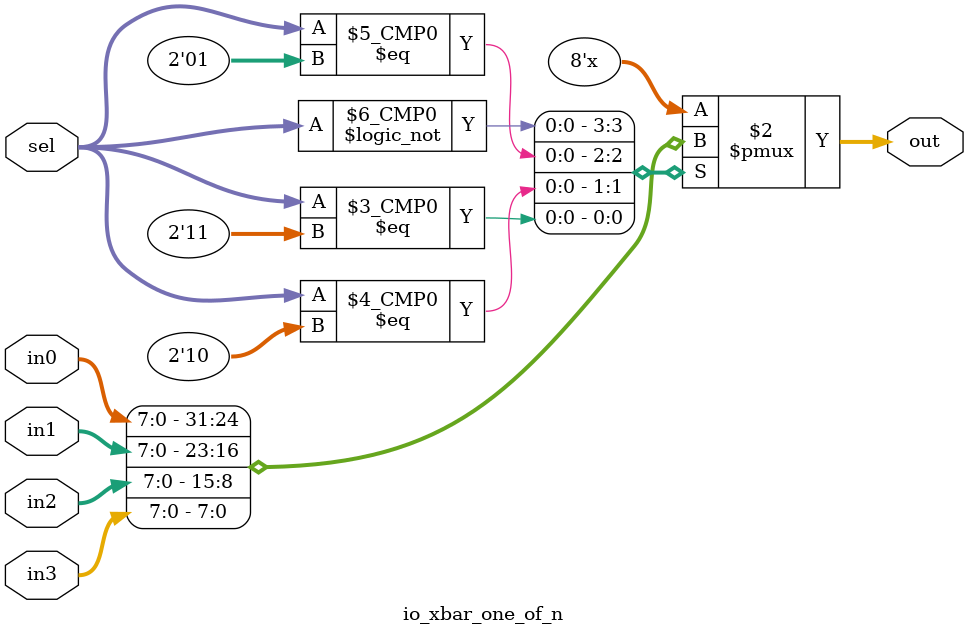
<source format=v>
/*
Copyright (c) 2015 Princeton University
All rights reserved.

Redistribution and use in source and binary forms, with or without
modification, are permitted provided that the following conditions are met:
    * Redistributions of source code must retain the above copyright
      notice, this list of conditions and the following disclaimer.
    * Redistributions in binary form must reproduce the above copyright
      notice, this list of conditions and the following disclaimer in the
      documentation and/or other materials provided with the distribution.
    * Neither the name of Princeton University nor the
      names of its contributors may be used to endorse or promote products
      derived from this software without specific prior written permission.

THIS SOFTWARE IS PROVIDED BY PRINCETON UNIVERSITY "AS IS" AND
ANY EXPRESS OR IMPLIED WARRANTIES, INCLUDING, BUT NOT LIMITED TO, THE IMPLIED
WARRANTIES OF MERCHANTABILITY AND FITNESS FOR A PARTICULAR PURPOSE ARE
DISCLAIMED. IN NO EVENT SHALL PRINCETON UNIVERSITY BE LIABLE FOR ANY
DIRECT, INDIRECT, INCIDENTAL, SPECIAL, EXEMPLARY, OR CONSEQUENTIAL DAMAGES
(INCLUDING, BUT NOT LIMITED TO, PROCUREMENT OF SUBSTITUTE GOODS OR SERVICES;
LOSS OF USE, DATA, OR PROFITS; OR BUSINESS INTERRUPTION) HOWEVER CAUSED AND
ON ANY THEORY OF LIABILITY, WHETHER IN CONTRACT, STRICT LIABILITY, OR TORT
(INCLUDING NEGLIGENCE OR OTHERWISE) ARISING IN ANY WAY OUT OF THE USE OF THIS
SOFTWARE, EVEN IF ADVISED OF THE POSSIBILITY OF SUCH DAMAGE.
*/
// /home/arkumar/ee475/openpiton/piton/verif/env/manycore/devices.xml

module io_xbar_one_of_n(
  
  in0,
  in1,
  in2,
  in3,

  sel,
  out);
    parameter WIDTH = 8;
    parameter BHC = 10;
    input [1:0] sel;
    input [WIDTH-1:0] in0,in1,in2,in3;

    output reg [WIDTH-1:0] out;
    always@(*)
    begin
        case(sel)
        
            2'd0:out=in0;
            2'd1:out=in1;
            2'd2:out=in2;
            2'd3:out=in3;

            default:; // indicates null
        endcase
    end
endmodule



</source>
